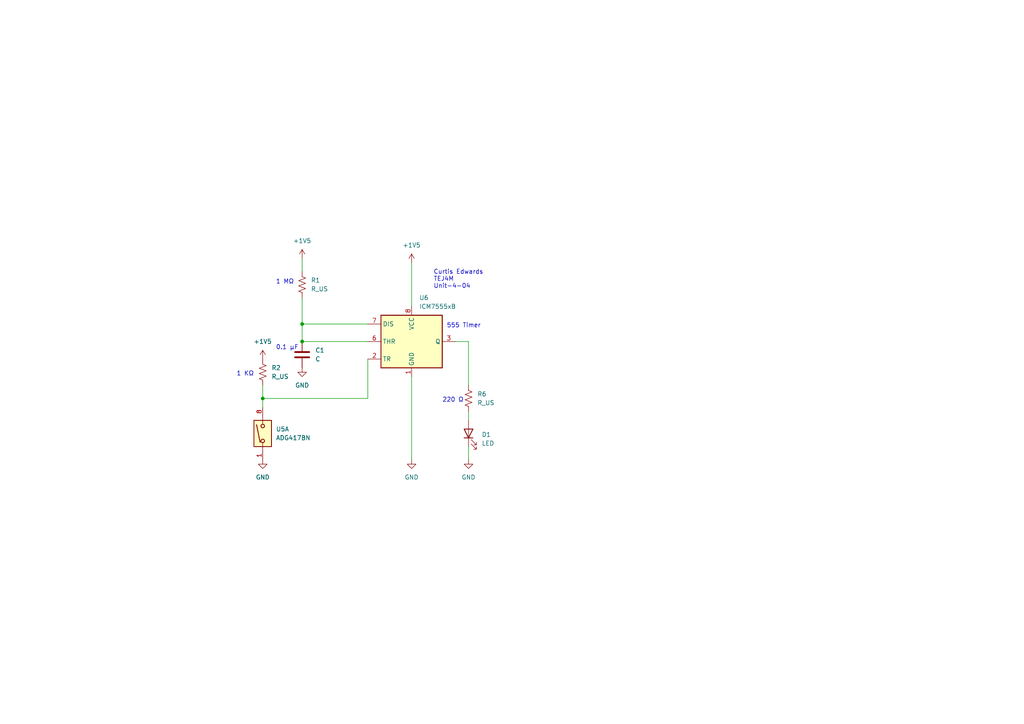
<source format=kicad_sch>
(kicad_sch (version 20230121) (generator eeschema)

  (uuid 9813bc13-59ec-476e-9132-aa5e8bdff624)

  (paper "A4")

  (lib_symbols
    (symbol "Analog_Switch:ADG417BN" (pin_names (offset 0.254)) (in_bom yes) (on_board yes)
      (property "Reference" "U5" (at 0 7.62 0)
        (effects (font (size 1.27 1.27)))
      )
      (property "Value" "ADG417BN" (at 0 5.08 0)
        (effects (font (size 1.27 1.27)))
      )
      (property "Footprint" "Package_DIP:DIP-8_W7.62mm" (at 0 0 0)
        (effects (font (size 1.27 1.27)) hide)
      )
      (property "Datasheet" "https://www.analog.com/media/en/technical-documentation/data-sheets/ADG417.pdf" (at 5.08 -1.27 0)
        (effects (font (size 1.27 1.27)) hide)
      )
      (property "ki_keywords" "CMOS Analog Switch" (at 0 0 0)
        (effects (font (size 1.27 1.27)) hide)
      )
      (property "ki_description" "Single SPST Monolithic LC²MOS Analog Switch, normally OFF, 25Ohm Ron, DIP-8" (at 0 0 0)
        (effects (font (size 1.27 1.27)) hide)
      )
      (property "ki_fp_filters" "DIP*W7.62mm*" (at 0 0 0)
        (effects (font (size 1.27 1.27)) hide)
      )
      (symbol "ADG417BN_1_1"
        (rectangle (start -3.81 2.54) (end 3.81 -2.54)
          (stroke (width 0.254) (type default))
          (fill (type background))
        )
        (circle (center -2.159 0) (radius 0.508)
          (stroke (width 0.254) (type default))
          (fill (type none))
        )
        (polyline
          (pts
            (xy -5.08 0)
            (xy -2.794 0)
          )
          (stroke (width 0) (type default))
          (fill (type none))
        )
        (polyline
          (pts
            (xy -2.54 0.762)
            (xy 2.54 1.778)
          )
          (stroke (width 0.254) (type default))
          (fill (type none))
        )
        (polyline
          (pts
            (xy 5.08 0)
            (xy 2.794 0)
          )
          (stroke (width 0) (type default))
          (fill (type none))
        )
        (circle (center 2.159 0) (radius 0.508)
          (stroke (width 0.254) (type default))
          (fill (type none))
        )
        (pin passive line (at -7.62 0 0) (length 2.54)
          (name "~" (effects (font (size 1.27 1.27))))
          (number "1" (effects (font (size 1.27 1.27))))
        )
        (pin passive line (at 7.62 0 180) (length 2.54)
          (name "~" (effects (font (size 1.27 1.27))))
          (number "8" (effects (font (size 1.27 1.27))))
        )
      )
      (symbol "ADG417BN_2_0"
        (pin no_connect line (at -2.54 10.16 270) (length 2.54) hide
          (name "NC" (effects (font (size 1.27 1.27))))
          (number "2" (effects (font (size 1.27 1.27))))
        )
        (pin power_in line (at 0 -12.7 90) (length 2.54)
          (name "GND" (effects (font (size 1.27 1.27))))
          (number "3" (effects (font (size 1.27 1.27))))
        )
        (pin power_in line (at 0 12.7 270) (length 2.54)
          (name "V+" (effects (font (size 1.27 1.27))))
          (number "4" (effects (font (size 1.27 1.27))))
        )
        (pin power_in line (at 2.54 12.7 270) (length 2.54)
          (name "VL" (effects (font (size 1.27 1.27))))
          (number "5" (effects (font (size 1.27 1.27))))
        )
        (pin power_in line (at 2.54 -12.7 90) (length 2.54)
          (name "V-" (effects (font (size 1.27 1.27))))
          (number "7" (effects (font (size 1.27 1.27))))
        )
      )
      (symbol "ADG417BN_2_1"
        (rectangle (start -3.81 10.16) (end 6.35 -10.16)
          (stroke (width 0.254) (type default))
          (fill (type background))
        )
      )
    )
    (symbol "Device:C" (pin_numbers hide) (pin_names (offset 0.254)) (in_bom yes) (on_board yes)
      (property "Reference" "C" (at 0.635 2.54 0)
        (effects (font (size 1.27 1.27)) (justify left))
      )
      (property "Value" "C" (at 0.635 -2.54 0)
        (effects (font (size 1.27 1.27)) (justify left))
      )
      (property "Footprint" "" (at 0.9652 -3.81 0)
        (effects (font (size 1.27 1.27)) hide)
      )
      (property "Datasheet" "~" (at 0 0 0)
        (effects (font (size 1.27 1.27)) hide)
      )
      (property "ki_keywords" "cap capacitor" (at 0 0 0)
        (effects (font (size 1.27 1.27)) hide)
      )
      (property "ki_description" "Unpolarized capacitor" (at 0 0 0)
        (effects (font (size 1.27 1.27)) hide)
      )
      (property "ki_fp_filters" "C_*" (at 0 0 0)
        (effects (font (size 1.27 1.27)) hide)
      )
      (symbol "C_0_1"
        (polyline
          (pts
            (xy -2.032 -0.762)
            (xy 2.032 -0.762)
          )
          (stroke (width 0.508) (type default))
          (fill (type none))
        )
        (polyline
          (pts
            (xy -2.032 0.762)
            (xy 2.032 0.762)
          )
          (stroke (width 0.508) (type default))
          (fill (type none))
        )
      )
      (symbol "C_1_1"
        (pin passive line (at 0 3.81 270) (length 2.794)
          (name "~" (effects (font (size 1.27 1.27))))
          (number "1" (effects (font (size 1.27 1.27))))
        )
        (pin passive line (at 0 -3.81 90) (length 2.794)
          (name "~" (effects (font (size 1.27 1.27))))
          (number "2" (effects (font (size 1.27 1.27))))
        )
      )
    )
    (symbol "Device:LED" (pin_numbers hide) (pin_names (offset 1.016) hide) (in_bom yes) (on_board yes)
      (property "Reference" "D" (at 0 2.54 0)
        (effects (font (size 1.27 1.27)))
      )
      (property "Value" "LED" (at 0 -2.54 0)
        (effects (font (size 1.27 1.27)))
      )
      (property "Footprint" "" (at 0 0 0)
        (effects (font (size 1.27 1.27)) hide)
      )
      (property "Datasheet" "~" (at 0 0 0)
        (effects (font (size 1.27 1.27)) hide)
      )
      (property "ki_keywords" "LED diode" (at 0 0 0)
        (effects (font (size 1.27 1.27)) hide)
      )
      (property "ki_description" "Light emitting diode" (at 0 0 0)
        (effects (font (size 1.27 1.27)) hide)
      )
      (property "ki_fp_filters" "LED* LED_SMD:* LED_THT:*" (at 0 0 0)
        (effects (font (size 1.27 1.27)) hide)
      )
      (symbol "LED_0_1"
        (polyline
          (pts
            (xy -1.27 -1.27)
            (xy -1.27 1.27)
          )
          (stroke (width 0.254) (type default))
          (fill (type none))
        )
        (polyline
          (pts
            (xy -1.27 0)
            (xy 1.27 0)
          )
          (stroke (width 0) (type default))
          (fill (type none))
        )
        (polyline
          (pts
            (xy 1.27 -1.27)
            (xy 1.27 1.27)
            (xy -1.27 0)
            (xy 1.27 -1.27)
          )
          (stroke (width 0.254) (type default))
          (fill (type none))
        )
        (polyline
          (pts
            (xy -3.048 -0.762)
            (xy -4.572 -2.286)
            (xy -3.81 -2.286)
            (xy -4.572 -2.286)
            (xy -4.572 -1.524)
          )
          (stroke (width 0) (type default))
          (fill (type none))
        )
        (polyline
          (pts
            (xy -1.778 -0.762)
            (xy -3.302 -2.286)
            (xy -2.54 -2.286)
            (xy -3.302 -2.286)
            (xy -3.302 -1.524)
          )
          (stroke (width 0) (type default))
          (fill (type none))
        )
      )
      (symbol "LED_1_1"
        (pin passive line (at -3.81 0 0) (length 2.54)
          (name "K" (effects (font (size 1.27 1.27))))
          (number "1" (effects (font (size 1.27 1.27))))
        )
        (pin passive line (at 3.81 0 180) (length 2.54)
          (name "A" (effects (font (size 1.27 1.27))))
          (number "2" (effects (font (size 1.27 1.27))))
        )
      )
    )
    (symbol "Device:R_US" (pin_numbers hide) (pin_names (offset 0)) (in_bom yes) (on_board yes)
      (property "Reference" "R" (at 2.54 0 90)
        (effects (font (size 1.27 1.27)))
      )
      (property "Value" "R_US" (at -2.54 0 90)
        (effects (font (size 1.27 1.27)))
      )
      (property "Footprint" "" (at 1.016 -0.254 90)
        (effects (font (size 1.27 1.27)) hide)
      )
      (property "Datasheet" "~" (at 0 0 0)
        (effects (font (size 1.27 1.27)) hide)
      )
      (property "ki_keywords" "R res resistor" (at 0 0 0)
        (effects (font (size 1.27 1.27)) hide)
      )
      (property "ki_description" "Resistor, US symbol" (at 0 0 0)
        (effects (font (size 1.27 1.27)) hide)
      )
      (property "ki_fp_filters" "R_*" (at 0 0 0)
        (effects (font (size 1.27 1.27)) hide)
      )
      (symbol "R_US_0_1"
        (polyline
          (pts
            (xy 0 -2.286)
            (xy 0 -2.54)
          )
          (stroke (width 0) (type default))
          (fill (type none))
        )
        (polyline
          (pts
            (xy 0 2.286)
            (xy 0 2.54)
          )
          (stroke (width 0) (type default))
          (fill (type none))
        )
        (polyline
          (pts
            (xy 0 -0.762)
            (xy 1.016 -1.143)
            (xy 0 -1.524)
            (xy -1.016 -1.905)
            (xy 0 -2.286)
          )
          (stroke (width 0) (type default))
          (fill (type none))
        )
        (polyline
          (pts
            (xy 0 0.762)
            (xy 1.016 0.381)
            (xy 0 0)
            (xy -1.016 -0.381)
            (xy 0 -0.762)
          )
          (stroke (width 0) (type default))
          (fill (type none))
        )
        (polyline
          (pts
            (xy 0 2.286)
            (xy 1.016 1.905)
            (xy 0 1.524)
            (xy -1.016 1.143)
            (xy 0 0.762)
          )
          (stroke (width 0) (type default))
          (fill (type none))
        )
      )
      (symbol "R_US_1_1"
        (pin passive line (at 0 3.81 270) (length 1.27)
          (name "~" (effects (font (size 1.27 1.27))))
          (number "1" (effects (font (size 1.27 1.27))))
        )
        (pin passive line (at 0 -3.81 90) (length 1.27)
          (name "~" (effects (font (size 1.27 1.27))))
          (number "2" (effects (font (size 1.27 1.27))))
        )
      )
    )
    (symbol "Timer:ICM7555xB" (in_bom yes) (on_board yes)
      (property "Reference" "U6" (at 2.1941 12.7 0)
        (effects (font (size 1.27 1.27)) (justify left))
      )
      (property "Value" "ICM7555xB" (at 2.1941 10.16 0)
        (effects (font (size 1.27 1.27)) (justify left))
      )
      (property "Footprint" "Package_SO:SOIC-8_3.9x4.9mm_P1.27mm" (at 21.59 -10.16 0)
        (effects (font (size 1.27 1.27)) hide)
      )
      (property "Datasheet" "http://www.intersil.com/content/dam/Intersil/documents/icm7/icm7555-56.pdf" (at 21.59 -10.16 0)
        (effects (font (size 1.27 1.27)) hide)
      )
      (property "ki_keywords" "single timer 555" (at 0 0 0)
        (effects (font (size 1.27 1.27)) hide)
      )
      (property "ki_description" "CMOS General Purpose Timer, 555 compatible, SOIC-8" (at 0 0 0)
        (effects (font (size 1.27 1.27)) hide)
      )
      (property "ki_fp_filters" "SOIC*3.9x4.9mm*P1.27mm*" (at 0 0 0)
        (effects (font (size 1.27 1.27)) hide)
      )
      (symbol "ICM7555xB_0_0"
        (pin power_in line (at 0 -10.16 90) (length 2.54)
          (name "GND" (effects (font (size 1.27 1.27))))
          (number "1" (effects (font (size 1.27 1.27))))
        )
        (pin power_in line (at 0 10.16 270) (length 2.54)
          (name "VCC" (effects (font (size 1.27 1.27))))
          (number "8" (effects (font (size 1.27 1.27))))
        )
      )
      (symbol "ICM7555xB_0_1"
        (rectangle (start -8.89 -7.62) (end 8.89 7.62)
          (stroke (width 0.254) (type default))
          (fill (type background))
        )
        (rectangle (start -8.89 7.62) (end 8.89 -7.62)
          (stroke (width 0.254) (type default))
          (fill (type background))
        )
      )
      (symbol "ICM7555xB_1_1"
        (pin input line (at -12.7 -5.08 0) (length 3.81)
          (name "TR" (effects (font (size 1.27 1.27))))
          (number "2" (effects (font (size 1.27 1.27))))
        )
        (pin output line (at 12.7 0 180) (length 3.81)
          (name "Q" (effects (font (size 1.27 1.27))))
          (number "3" (effects (font (size 1.27 1.27))))
        )
        (pin input line (at -12.7 0 0) (length 3.81)
          (name "THR" (effects (font (size 1.27 1.27))))
          (number "6" (effects (font (size 1.27 1.27))))
        )
        (pin input line (at -12.7 5.08 0) (length 3.81)
          (name "DIS" (effects (font (size 1.27 1.27))))
          (number "7" (effects (font (size 1.27 1.27))))
        )
      )
    )
    (symbol "power:+1V5" (power) (pin_names (offset 0)) (in_bom yes) (on_board yes)
      (property "Reference" "#PWR" (at 0 -3.81 0)
        (effects (font (size 1.27 1.27)) hide)
      )
      (property "Value" "+1V5" (at 0 3.556 0)
        (effects (font (size 1.27 1.27)))
      )
      (property "Footprint" "" (at 0 0 0)
        (effects (font (size 1.27 1.27)) hide)
      )
      (property "Datasheet" "" (at 0 0 0)
        (effects (font (size 1.27 1.27)) hide)
      )
      (property "ki_keywords" "global power" (at 0 0 0)
        (effects (font (size 1.27 1.27)) hide)
      )
      (property "ki_description" "Power symbol creates a global label with name \"+1V5\"" (at 0 0 0)
        (effects (font (size 1.27 1.27)) hide)
      )
      (symbol "+1V5_0_1"
        (polyline
          (pts
            (xy -0.762 1.27)
            (xy 0 2.54)
          )
          (stroke (width 0) (type default))
          (fill (type none))
        )
        (polyline
          (pts
            (xy 0 0)
            (xy 0 2.54)
          )
          (stroke (width 0) (type default))
          (fill (type none))
        )
        (polyline
          (pts
            (xy 0 2.54)
            (xy 0.762 1.27)
          )
          (stroke (width 0) (type default))
          (fill (type none))
        )
      )
      (symbol "+1V5_1_1"
        (pin power_in line (at 0 0 90) (length 0) hide
          (name "+1V5" (effects (font (size 1.27 1.27))))
          (number "1" (effects (font (size 1.27 1.27))))
        )
      )
    )
    (symbol "power:GND" (power) (pin_names (offset 0)) (in_bom yes) (on_board yes)
      (property "Reference" "#PWR" (at 0 -6.35 0)
        (effects (font (size 1.27 1.27)) hide)
      )
      (property "Value" "GND" (at 0 -3.81 0)
        (effects (font (size 1.27 1.27)))
      )
      (property "Footprint" "" (at 0 0 0)
        (effects (font (size 1.27 1.27)) hide)
      )
      (property "Datasheet" "" (at 0 0 0)
        (effects (font (size 1.27 1.27)) hide)
      )
      (property "ki_keywords" "global power" (at 0 0 0)
        (effects (font (size 1.27 1.27)) hide)
      )
      (property "ki_description" "Power symbol creates a global label with name \"GND\" , ground" (at 0 0 0)
        (effects (font (size 1.27 1.27)) hide)
      )
      (symbol "GND_0_1"
        (polyline
          (pts
            (xy 0 0)
            (xy 0 -1.27)
            (xy 1.27 -1.27)
            (xy 0 -2.54)
            (xy -1.27 -1.27)
            (xy 0 -1.27)
          )
          (stroke (width 0) (type default))
          (fill (type none))
        )
      )
      (symbol "GND_1_1"
        (pin power_in line (at 0 0 270) (length 0) hide
          (name "GND" (effects (font (size 1.27 1.27))))
          (number "1" (effects (font (size 1.27 1.27))))
        )
      )
    )
  )

  (junction (at 87.63 99.06) (diameter 0) (color 0 0 0 0)
    (uuid 31c05b06-2d11-44ed-adee-e8d83dae1986)
  )
  (junction (at 76.2 115.57) (diameter 0) (color 0 0 0 0)
    (uuid 36e06af2-39ce-4d2e-998e-3073b5a84ac9)
  )
  (junction (at 87.63 93.98) (diameter 0) (color 0 0 0 0)
    (uuid ba48f3b1-a75e-4815-956d-6b0875cbd3e1)
  )

  (wire (pts (xy 132.08 99.06) (xy 135.89 99.06))
    (stroke (width 0) (type default))
    (uuid 06d5dd97-2e03-407a-84e8-35745c64bf8f)
  )
  (wire (pts (xy 76.2 115.57) (xy 76.2 118.11))
    (stroke (width 0) (type default))
    (uuid 1223351f-851b-49c7-a301-43ffdfa20a18)
  )
  (wire (pts (xy 119.38 109.22) (xy 119.38 133.35))
    (stroke (width 0) (type default))
    (uuid 1d84a45b-49ed-4f66-8be9-9b0233e42a03)
  )
  (wire (pts (xy 87.63 86.36) (xy 87.63 93.98))
    (stroke (width 0) (type default))
    (uuid 269bec9b-ab31-4a0e-b67e-db87a395be95)
  )
  (wire (pts (xy 87.63 93.98) (xy 106.68 93.98))
    (stroke (width 0) (type default))
    (uuid 3cc02837-93c1-4b1e-a53f-0f532f1121ff)
  )
  (wire (pts (xy 76.2 111.76) (xy 76.2 115.57))
    (stroke (width 0) (type default))
    (uuid 4350e600-a7ff-4471-8bb4-4dce8f3c66f6)
  )
  (wire (pts (xy 135.89 99.06) (xy 135.89 111.76))
    (stroke (width 0) (type default))
    (uuid 439961ac-53c8-4662-a07f-8653b4ead330)
  )
  (wire (pts (xy 119.38 76.2) (xy 119.38 88.9))
    (stroke (width 0) (type default))
    (uuid 48429a29-0b3a-43c5-ad10-63fe03660c67)
  )
  (wire (pts (xy 135.89 129.54) (xy 135.89 133.35))
    (stroke (width 0) (type default))
    (uuid 788b1e6b-3351-4f8c-88f3-c5da40e17b3b)
  )
  (wire (pts (xy 87.63 78.74) (xy 87.63 74.93))
    (stroke (width 0) (type default))
    (uuid 7ec2a526-49a1-4733-9212-8c3c689cd914)
  )
  (wire (pts (xy 87.63 99.06) (xy 106.68 99.06))
    (stroke (width 0) (type default))
    (uuid 84258f0b-e9e7-4ab9-bd90-e7a092a30661)
  )
  (wire (pts (xy 76.2 115.57) (xy 106.68 115.57))
    (stroke (width 0) (type default))
    (uuid 8e94ea3d-eda8-4cd7-ba0c-dfdb52c59084)
  )
  (wire (pts (xy 87.63 93.98) (xy 87.63 99.06))
    (stroke (width 0) (type default))
    (uuid 91968df9-789d-4d22-9599-cc205635b55d)
  )
  (wire (pts (xy 106.68 104.14) (xy 106.68 115.57))
    (stroke (width 0) (type default))
    (uuid e2b2b5ca-d04e-49ca-a844-23a1d905b090)
  )
  (wire (pts (xy 135.89 119.38) (xy 135.89 121.92))
    (stroke (width 0) (type default))
    (uuid eb836cb6-706d-4c37-82d3-374f9e57f033)
  )

  (text "555 Timer" (at 129.54 95.25 0)
    (effects (font (size 1.27 1.27)) (justify left bottom))
    (uuid 08a9080d-0612-441f-ba4b-d75cd0e1703c)
  )
  (text "0.1 μF" (at 80.01 101.6 0)
    (effects (font (size 1.27 1.27)) (justify left bottom))
    (uuid 61939179-86fe-45c3-9f2c-00a227e0e03b)
  )
  (text "220 Ω" (at 128.27 116.84 0)
    (effects (font (size 1.27 1.27)) (justify left bottom))
    (uuid 79c059cc-cb95-4947-9390-8ba43940b419)
  )
  (text "1 MΩ" (at 80.01 82.55 0)
    (effects (font (size 1.27 1.27)) (justify left bottom))
    (uuid 7c3ae4f2-4dc0-4bc3-a520-b47ed503e5db)
  )
  (text "1 KΩ" (at 68.58 109.22 0)
    (effects (font (size 1.27 1.27)) (justify left bottom))
    (uuid 8937a57a-d048-4c15-9199-bc2ad02f5b62)
  )
  (text "Curtis Edwards\nTEJ4M\nUnit-4-04" (at 125.73 83.82 0)
    (effects (font (size 1.27 1.27)) (justify left bottom))
    (uuid a6f93df8-6a40-4eb5-8509-89b5c5a44cb9)
  )

  (symbol (lib_id "Device:R_US") (at 135.89 115.57 0) (unit 1)
    (in_bom yes) (on_board yes) (dnp no) (fields_autoplaced)
    (uuid 0b6169c1-d5ae-4756-b621-a78bff4636e9)
    (property "Reference" "R6" (at 138.43 114.3 0)
      (effects (font (size 1.27 1.27)) (justify left))
    )
    (property "Value" "R_US" (at 138.43 116.84 0)
      (effects (font (size 1.27 1.27)) (justify left))
    )
    (property "Footprint" "" (at 136.906 115.824 90)
      (effects (font (size 1.27 1.27)) hide)
    )
    (property "Datasheet" "~" (at 135.89 115.57 0)
      (effects (font (size 1.27 1.27)) hide)
    )
    (pin "1" (uuid e9903a62-bb58-4a0b-b4f0-4da7614cab16))
    (pin "2" (uuid 08e38ff1-d4a3-42c8-ad9a-1e9b3298aad1))
    (instances
      (project "TEJ4M-Unit-4-04"
        (path "/9813bc13-59ec-476e-9132-aa5e8bdff624"
          (reference "R6") (unit 1)
        )
      )
    )
  )

  (symbol (lib_id "power:GND") (at 119.38 133.35 0) (unit 1)
    (in_bom yes) (on_board yes) (dnp no) (fields_autoplaced)
    (uuid 14171b9b-0e8c-4c33-ac2b-cf3922964036)
    (property "Reference" "#PWR03" (at 119.38 139.7 0)
      (effects (font (size 1.27 1.27)) hide)
    )
    (property "Value" "GND" (at 119.38 138.43 0)
      (effects (font (size 1.27 1.27)))
    )
    (property "Footprint" "" (at 119.38 133.35 0)
      (effects (font (size 1.27 1.27)) hide)
    )
    (property "Datasheet" "" (at 119.38 133.35 0)
      (effects (font (size 1.27 1.27)) hide)
    )
    (pin "1" (uuid 07b54194-af71-4364-bf76-ee315d93bc68))
    (instances
      (project "TEJ4M-Unit-4-04"
        (path "/9813bc13-59ec-476e-9132-aa5e8bdff624"
          (reference "#PWR03") (unit 1)
        )
      )
    )
  )

  (symbol (lib_id "Device:LED") (at 135.89 125.73 90) (unit 1)
    (in_bom yes) (on_board yes) (dnp no) (fields_autoplaced)
    (uuid 19addc9c-2714-4d6a-9b1c-12b63e78f90b)
    (property "Reference" "D1" (at 139.7 126.0475 90)
      (effects (font (size 1.27 1.27)) (justify right))
    )
    (property "Value" "LED" (at 139.7 128.5875 90)
      (effects (font (size 1.27 1.27)) (justify right))
    )
    (property "Footprint" "" (at 135.89 125.73 0)
      (effects (font (size 1.27 1.27)) hide)
    )
    (property "Datasheet" "~" (at 135.89 125.73 0)
      (effects (font (size 1.27 1.27)) hide)
    )
    (pin "1" (uuid 5a322dd0-d9e4-4961-a6cc-02a07a3b6629))
    (pin "2" (uuid 92c05682-7b60-449c-acd0-b9ba0304cb7e))
    (instances
      (project "TEJ4M-Unit-4-04"
        (path "/9813bc13-59ec-476e-9132-aa5e8bdff624"
          (reference "D1") (unit 1)
        )
      )
    )
  )

  (symbol (lib_id "power:+1V5") (at 119.38 76.2 0) (unit 1)
    (in_bom yes) (on_board yes) (dnp no) (fields_autoplaced)
    (uuid 3b283e48-a8b4-408e-82a3-fd9c98ebcb07)
    (property "Reference" "#PWR05" (at 119.38 80.01 0)
      (effects (font (size 1.27 1.27)) hide)
    )
    (property "Value" "+1V5" (at 119.38 71.12 0)
      (effects (font (size 1.27 1.27)))
    )
    (property "Footprint" "" (at 119.38 76.2 0)
      (effects (font (size 1.27 1.27)) hide)
    )
    (property "Datasheet" "" (at 119.38 76.2 0)
      (effects (font (size 1.27 1.27)) hide)
    )
    (pin "1" (uuid 00f8aaad-8616-4bbe-ba88-30f3d592e967))
    (instances
      (project "TEJ4M-Unit-4-04"
        (path "/9813bc13-59ec-476e-9132-aa5e8bdff624"
          (reference "#PWR05") (unit 1)
        )
      )
    )
  )

  (symbol (lib_id "power:+1V5") (at 87.63 74.93 0) (unit 1)
    (in_bom yes) (on_board yes) (dnp no) (fields_autoplaced)
    (uuid 43737f80-4d94-4ea7-a3ae-85a6727c4b2d)
    (property "Reference" "#PWR08" (at 87.63 78.74 0)
      (effects (font (size 1.27 1.27)) hide)
    )
    (property "Value" "+1V5" (at 87.63 69.85 0)
      (effects (font (size 1.27 1.27)))
    )
    (property "Footprint" "" (at 87.63 74.93 0)
      (effects (font (size 1.27 1.27)) hide)
    )
    (property "Datasheet" "" (at 87.63 74.93 0)
      (effects (font (size 1.27 1.27)) hide)
    )
    (pin "1" (uuid 0e3bce14-5653-44fb-8387-ee2501277b5c))
    (instances
      (project "TEJ4M-Unit-4-04"
        (path "/9813bc13-59ec-476e-9132-aa5e8bdff624"
          (reference "#PWR08") (unit 1)
        )
      )
    )
  )

  (symbol (lib_id "Analog_Switch:ADG417BN") (at 76.2 125.73 90) (unit 1)
    (in_bom yes) (on_board yes) (dnp no) (fields_autoplaced)
    (uuid 45d00c3f-9eb2-4b07-88a5-b49371eb1c5b)
    (property "Reference" "U5" (at 80.01 124.46 90)
      (effects (font (size 1.27 1.27)) (justify right))
    )
    (property "Value" "ADG417BN" (at 80.01 127 90)
      (effects (font (size 1.27 1.27)) (justify right))
    )
    (property "Footprint" "Package_DIP:DIP-8_W7.62mm" (at 76.2 125.73 0)
      (effects (font (size 1.27 1.27)) hide)
    )
    (property "Datasheet" "https://www.analog.com/media/en/technical-documentation/data-sheets/ADG417.pdf" (at 77.47 120.65 0)
      (effects (font (size 1.27 1.27)) hide)
    )
    (pin "1" (uuid d1b2263b-0cda-4309-b37f-56e9148798a8))
    (pin "8" (uuid 3c1aff64-a2fd-432c-9d01-17447999c359))
    (pin "2" (uuid 7411130f-3a0c-46d9-8072-70e082b56bb1))
    (pin "3" (uuid 74563f99-50a0-479f-9288-a247163ca2dd))
    (pin "4" (uuid bd814125-f951-473f-b75b-9a7589356245))
    (pin "5" (uuid 17cd7445-c2e0-47fe-a513-8b71bbd4b597))
    (pin "7" (uuid 53d409e6-9c37-4c62-a398-b1a2271c85c2))
    (instances
      (project "TEJ4M-Unit-4-04"
        (path "/9813bc13-59ec-476e-9132-aa5e8bdff624"
          (reference "U5") (unit 1)
        )
      )
    )
  )

  (symbol (lib_id "Timer:ICM7555xB") (at 119.38 99.06 0) (unit 1)
    (in_bom yes) (on_board yes) (dnp no) (fields_autoplaced)
    (uuid 6f6293c4-8746-4362-96e1-bc856e350e61)
    (property "Reference" "U6" (at 121.5741 86.36 0)
      (effects (font (size 1.27 1.27)) (justify left))
    )
    (property "Value" "ICM7555xB" (at 121.5741 88.9 0)
      (effects (font (size 1.27 1.27)) (justify left))
    )
    (property "Footprint" "Package_SO:SOIC-8_3.9x4.9mm_P1.27mm" (at 140.97 109.22 0)
      (effects (font (size 1.27 1.27)) hide)
    )
    (property "Datasheet" "http://www.intersil.com/content/dam/Intersil/documents/icm7/icm7555-56.pdf" (at 140.97 109.22 0)
      (effects (font (size 1.27 1.27)) hide)
    )
    (pin "1" (uuid b8acbb36-b214-4a6c-9bc1-9f6bd6cab326))
    (pin "8" (uuid 93555c46-067b-4395-bcc3-011d80339740))
    (pin "2" (uuid 67011141-9571-4e64-b324-ea0a8f7d0279))
    (pin "3" (uuid 892e6049-bf3e-42b0-aa8d-60fe435612e3))
    (pin "6" (uuid 8d184d5a-a448-4304-ace4-b6805d6cd6b2))
    (pin "7" (uuid 5a3acd41-521c-49c6-9d7f-e8deb9b83485))
    (instances
      (project "TEJ4M-Unit-4-04"
        (path "/9813bc13-59ec-476e-9132-aa5e8bdff624"
          (reference "U6") (unit 1)
        )
      )
    )
  )

  (symbol (lib_id "power:GND") (at 135.89 133.35 0) (unit 1)
    (in_bom yes) (on_board yes) (dnp no) (fields_autoplaced)
    (uuid 701e7912-e229-4b78-b9b7-255c5a29c63c)
    (property "Reference" "#PWR04" (at 135.89 139.7 0)
      (effects (font (size 1.27 1.27)) hide)
    )
    (property "Value" "GND" (at 135.89 138.43 0)
      (effects (font (size 1.27 1.27)))
    )
    (property "Footprint" "" (at 135.89 133.35 0)
      (effects (font (size 1.27 1.27)) hide)
    )
    (property "Datasheet" "" (at 135.89 133.35 0)
      (effects (font (size 1.27 1.27)) hide)
    )
    (pin "1" (uuid 71bbfb30-e8f6-4d00-b7b8-2f314200d837))
    (instances
      (project "TEJ4M-Unit-4-04"
        (path "/9813bc13-59ec-476e-9132-aa5e8bdff624"
          (reference "#PWR04") (unit 1)
        )
      )
    )
  )

  (symbol (lib_id "Device:R_US") (at 76.2 107.95 0) (unit 1)
    (in_bom yes) (on_board yes) (dnp no) (fields_autoplaced)
    (uuid 72bd76ad-905f-4d43-b67d-3b3fc10fa203)
    (property "Reference" "R2" (at 78.74 106.68 0)
      (effects (font (size 1.27 1.27)) (justify left))
    )
    (property "Value" "R_US" (at 78.74 109.22 0)
      (effects (font (size 1.27 1.27)) (justify left))
    )
    (property "Footprint" "" (at 77.216 108.204 90)
      (effects (font (size 1.27 1.27)) hide)
    )
    (property "Datasheet" "~" (at 76.2 107.95 0)
      (effects (font (size 1.27 1.27)) hide)
    )
    (pin "1" (uuid fa7bef88-c876-41ea-9df1-1bd882093280))
    (pin "2" (uuid ddfa8b15-e6e6-43d3-8f6f-c2a9574e40c7))
    (instances
      (project "TEJ4M-Unit-4-04"
        (path "/9813bc13-59ec-476e-9132-aa5e8bdff624"
          (reference "R2") (unit 1)
        )
      )
    )
  )

  (symbol (lib_id "Device:R_US") (at 87.63 82.55 0) (unit 1)
    (in_bom yes) (on_board yes) (dnp no) (fields_autoplaced)
    (uuid 901b3cf0-8cf8-4a7c-8776-2890422771b0)
    (property "Reference" "R1" (at 90.17 81.28 0)
      (effects (font (size 1.27 1.27)) (justify left))
    )
    (property "Value" "R_US" (at 90.17 83.82 0)
      (effects (font (size 1.27 1.27)) (justify left))
    )
    (property "Footprint" "" (at 88.646 82.804 90)
      (effects (font (size 1.27 1.27)) hide)
    )
    (property "Datasheet" "~" (at 87.63 82.55 0)
      (effects (font (size 1.27 1.27)) hide)
    )
    (pin "1" (uuid f688d703-5679-4978-ac32-ae3487cb75a5))
    (pin "2" (uuid 46cf1d7b-fe9f-42fa-8d68-9ee4ff6d95d3))
    (instances
      (project "TEJ4M-Unit-4-04"
        (path "/9813bc13-59ec-476e-9132-aa5e8bdff624"
          (reference "R1") (unit 1)
        )
      )
    )
  )

  (symbol (lib_id "power:+1V5") (at 76.2 104.14 0) (unit 1)
    (in_bom yes) (on_board yes) (dnp no) (fields_autoplaced)
    (uuid 9fec7959-4bc4-43d9-bedf-da16622b85d5)
    (property "Reference" "#PWR02" (at 76.2 107.95 0)
      (effects (font (size 1.27 1.27)) hide)
    )
    (property "Value" "+1V5" (at 76.2 99.06 0)
      (effects (font (size 1.27 1.27)))
    )
    (property "Footprint" "" (at 76.2 104.14 0)
      (effects (font (size 1.27 1.27)) hide)
    )
    (property "Datasheet" "" (at 76.2 104.14 0)
      (effects (font (size 1.27 1.27)) hide)
    )
    (pin "1" (uuid a438286d-5736-4588-8fde-a1bd8e5ff5ae))
    (instances
      (project "TEJ4M-Unit-4-04"
        (path "/9813bc13-59ec-476e-9132-aa5e8bdff624"
          (reference "#PWR02") (unit 1)
        )
      )
    )
  )

  (symbol (lib_id "power:GND") (at 87.63 106.68 0) (unit 1)
    (in_bom yes) (on_board yes) (dnp no) (fields_autoplaced)
    (uuid a286a48e-9176-4c1f-98e0-f3c40ef23fee)
    (property "Reference" "#PWR07" (at 87.63 113.03 0)
      (effects (font (size 1.27 1.27)) hide)
    )
    (property "Value" "GND" (at 87.63 111.76 0)
      (effects (font (size 1.27 1.27)))
    )
    (property "Footprint" "" (at 87.63 106.68 0)
      (effects (font (size 1.27 1.27)) hide)
    )
    (property "Datasheet" "" (at 87.63 106.68 0)
      (effects (font (size 1.27 1.27)) hide)
    )
    (pin "1" (uuid 24060de5-8758-4e3b-9afa-c1e8648e3f04))
    (instances
      (project "TEJ4M-Unit-4-04"
        (path "/9813bc13-59ec-476e-9132-aa5e8bdff624"
          (reference "#PWR07") (unit 1)
        )
      )
    )
  )

  (symbol (lib_id "power:GND") (at 76.2 133.35 0) (unit 1)
    (in_bom yes) (on_board yes) (dnp no) (fields_autoplaced)
    (uuid a4e8e9ec-10ff-4d8e-b224-24b0a108116d)
    (property "Reference" "#PWR01" (at 76.2 139.7 0)
      (effects (font (size 1.27 1.27)) hide)
    )
    (property "Value" "GND" (at 76.2 138.43 0)
      (effects (font (size 1.27 1.27)))
    )
    (property "Footprint" "" (at 76.2 133.35 0)
      (effects (font (size 1.27 1.27)) hide)
    )
    (property "Datasheet" "" (at 76.2 133.35 0)
      (effects (font (size 1.27 1.27)) hide)
    )
    (pin "1" (uuid afe1e624-a999-4231-9393-2627b3d564c5))
    (instances
      (project "TEJ4M-Unit-4-04"
        (path "/9813bc13-59ec-476e-9132-aa5e8bdff624"
          (reference "#PWR01") (unit 1)
        )
      )
    )
  )

  (symbol (lib_id "Device:C") (at 87.63 102.87 0) (unit 1)
    (in_bom yes) (on_board yes) (dnp no) (fields_autoplaced)
    (uuid cf233a96-a703-4077-9f10-fc061ef8d10a)
    (property "Reference" "C1" (at 91.44 101.6 0)
      (effects (font (size 1.27 1.27)) (justify left))
    )
    (property "Value" "C" (at 91.44 104.14 0)
      (effects (font (size 1.27 1.27)) (justify left))
    )
    (property "Footprint" "" (at 88.5952 106.68 0)
      (effects (font (size 1.27 1.27)) hide)
    )
    (property "Datasheet" "~" (at 87.63 102.87 0)
      (effects (font (size 1.27 1.27)) hide)
    )
    (pin "1" (uuid e6e563a6-afd6-4eae-bd33-2fc5b17387c7))
    (pin "2" (uuid 431e0fbc-f2fe-43c7-8a1e-2dad6680bb93))
    (instances
      (project "TEJ4M-Unit-4-04"
        (path "/9813bc13-59ec-476e-9132-aa5e8bdff624"
          (reference "C1") (unit 1)
        )
      )
    )
  )

  (sheet_instances
    (path "/" (page "1"))
  )
)

</source>
